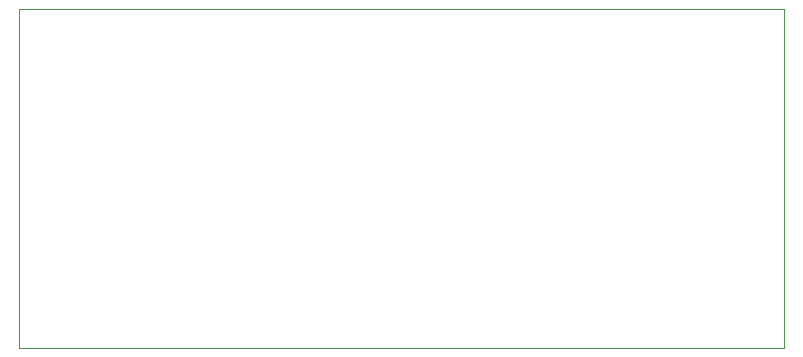
<source format=gbr>
G04 #@! TF.GenerationSoftware,KiCad,Pcbnew,(5.1.5)-3*
G04 #@! TF.CreationDate,2020-02-01T14:42:05-08:00*
G04 #@! TF.ProjectId,Power Amplifier 1,506f7765-7220-4416-9d70-6c6966696572,rev?*
G04 #@! TF.SameCoordinates,Original*
G04 #@! TF.FileFunction,Profile,NP*
%FSLAX46Y46*%
G04 Gerber Fmt 4.6, Leading zero omitted, Abs format (unit mm)*
G04 Created by KiCad (PCBNEW (5.1.5)-3) date 2020-02-01 14:42:05*
%MOMM*%
%LPD*%
G04 APERTURE LIST*
%ADD10C,0.050000*%
G04 APERTURE END LIST*
D10*
X81000000Y-36537900D02*
X81000000Y-65278000D01*
X16256000Y-65278000D02*
X81000000Y-65278000D01*
X16256000Y-36537900D02*
X16256000Y-65278000D01*
X16256000Y-36537900D02*
X81000000Y-36537900D01*
M02*

</source>
